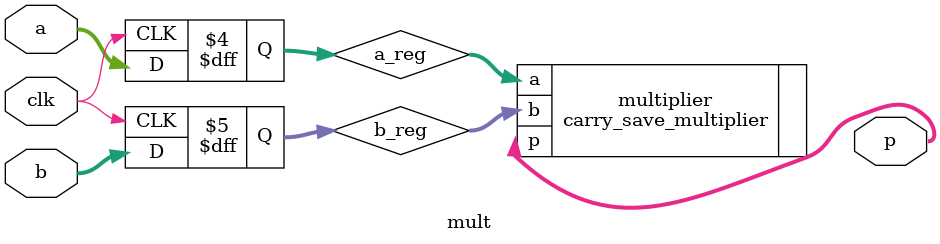
<source format=sv>
`timescale 1ns/1ps

module mult(
    input   logic   [7:0]   a,
    input   logic   [7:0]   b,
    input   logic           clk,
    output  logic   [15:0]  p
);
   
logic [7:0] a_reg;        
logic [7:0] b_reg;        
logic [15:0] p;           

carry_save_multiplier #(.N(8)) multiplier (
    .a(a_reg),   
    .b(b_reg),   
    .p(p)        
);


always_ff @(posedge clk) begin
    a_reg <= a;      
    b_reg <= b;     
    
end

always_ff @(posedge clk ) begin

    r <= p;          
    
end
endmodule
</source>
